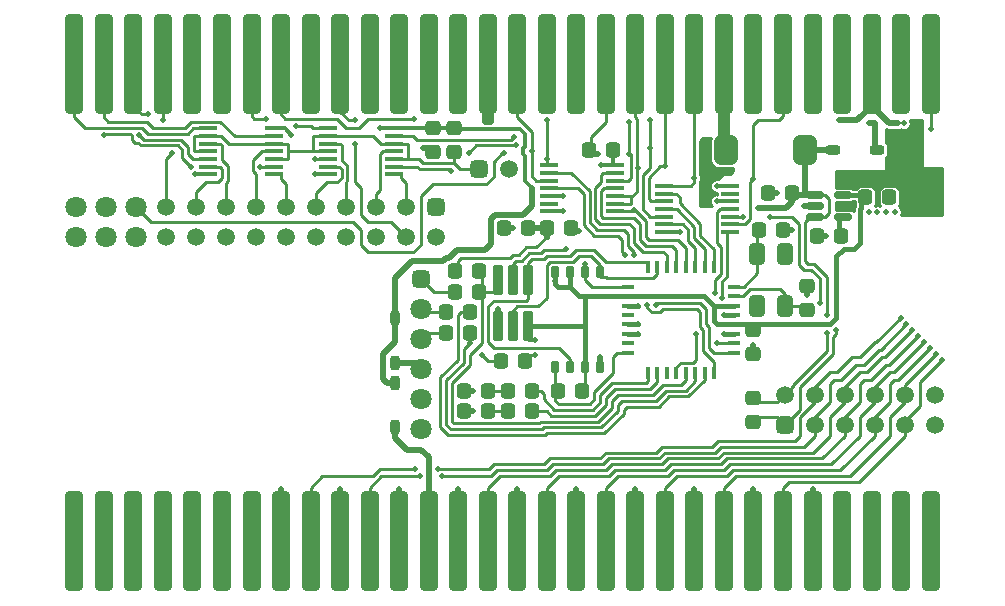
<source format=gtl>
G04*
G04  File:            DXEMU_GERBER.GTL, Fri Jul 12 00:14:53 2019*
G04  Source:          P-CAD 2006 PCB, Version 19.02.958, (D:\retrocomputing\dxemu\PCB\temp\dxemu_gerber.pcb)*
G04  Format:          Gerber Format (RS-274-D), ASCII*
G04*
G04  Format Options:  Absolute Positioning*
G04                   Leading-Zero Suppression*
G04                   Scale Factor 1:1*
G04                   NO Circular Interpolation*
G04                   Inch Units*
G04                   Numeric Format: 4.4 (XXXX.XXXX)*
G04                   G54 NOT Used for Aperture Change*
G04                   Apertures Embedded*
G04*
G04  File Options:    Offset = (0.0mil,0.0mil)*
G04                   Drill Symbol Size = 80.0mil*
G04                   Pad/Via Holes*
G04*
G04  File Contents:   Pads*
G04                   Vias*
G04                   No Designators*
G04                   No Types*
G04                   No Values*
G04                   No Drill Symbols*
G04                   Top*
G04*
%INDXEMU_GERBER.GTL*%
%ICAS*%
%MOIN*%
G04*
G04  Aperture MACROs for general use --- invoked via D-code assignment *
G04*
G04  General MACRO for flashed round with rotation and/or offset hole *
%AMROTOFFROUND*
1,1,$1,0.0000,0.0000*
1,0,$2,$3,$4*%
G04*
G04  General MACRO for flashed oval (obround) with rotation and/or offset hole *
%AMROTOFFOVAL*
21,1,$1,$2,0.0000,0.0000,$3*
1,1,$4,$5,$6*
1,1,$4,0-$5,0-$6*
1,0,$7,$8,$9*%
G04*
G04  General MACRO for flashed oval (obround) with rotation and no hole *
%AMROTOVALNOHOLE*
21,1,$1,$2,0.0000,0.0000,$3*
1,1,$4,$5,$6*
1,1,$4,0-$5,0-$6*%
G04*
G04  General MACRO for flashed rectangle with rotation and/or offset hole *
%AMROTOFFRECT*
21,1,$1,$2,0.0000,0.0000,$3*
1,0,$4,$5,$6*%
G04*
G04  General MACRO for flashed rectangle with rotation and no hole *
%AMROTRECTNOHOLE*
21,1,$1,$2,0.0000,0.0000,$3*%
G04*
G04  General MACRO for flashed rounded-rectangle *
%AMROUNDRECT*
21,1,$1,$2-$4,0.0000,0.0000,$3*
21,1,$1-$4,$2,0.0000,0.0000,$3*
1,1,$4,$5,$6*
1,1,$4,$7,$8*
1,1,$4,0-$5,0-$6*
1,1,$4,0-$7,0-$8*
1,0,$9,$10,$11*%
G04*
G04  General MACRO for flashed rounded-rectangle with rotation and no hole *
%AMROUNDRECTNOHOLE*
21,1,$1,$2-$4,0.0000,0.0000,$3*
21,1,$1-$4,$2,0.0000,0.0000,$3*
1,1,$4,$5,$6*
1,1,$4,$7,$8*
1,1,$4,0-$5,0-$6*
1,1,$4,0-$7,0-$8*%
G04*
G04  General MACRO for flashed regular polygon *
%AMREGPOLY*
5,1,$1,0.0000,0.0000,$2,$3+$4*
1,0,$5,$6,$7*%
G04*
G04  General MACRO for flashed regular polygon with no hole *
%AMREGPOLYNOHOLE*
5,1,$1,0.0000,0.0000,$2,$3+$4*%
G04*
G04  General MACRO for target *
%AMTARGET*
6,0,0,$1,$2,$3,4,$4,$5,$6*%
G04*
G04  General MACRO for mounting hole *
%AMMTHOLE*
1,1,$1,0,0*
1,0,$2,0,0*
$1=$1-$2*
$1=$1/2*
21,1,$2+$1,$3,0,0,$4*
21,1,$3,$2+$1,0,0,$4*%
G04*
G04*
G04  D10 : "Ellipse X0.254mm Y0.254mm H0.000mm 0.0deg (0.000mm,0.000mm) Draw"*
G04  Disc: OuterDia=0.0100*
%ADD10C, 0.0100*%
G04  D11 : "Ellipse X0.300mm Y0.300mm H0.000mm 0.0deg (0.000mm,0.000mm) Draw"*
G04  Disc: OuterDia=0.0118*
%ADD11C, 0.0118*%
G04  D12 : "Ellipse X0.350mm Y0.350mm H0.000mm 0.0deg (0.000mm,0.000mm) Draw"*
G04  Disc: OuterDia=0.0138*
%ADD12C, 0.0138*%
G04  D13 : "Ellipse X0.400mm Y0.400mm H0.000mm 0.0deg (0.000mm,0.000mm) Draw"*
G04  Disc: OuterDia=0.0157*
%ADD13C, 0.0157*%
G04  D14 : "Ellipse X0.500mm Y0.500mm H0.000mm 0.0deg (0.000mm,0.000mm) Draw"*
G04  Disc: OuterDia=0.0197*
%ADD14C, 0.0197*%
G04  D15 : "Ellipse X0.100mm Y0.100mm H0.000mm 0.0deg (0.000mm,0.000mm) Draw"*
G04  Disc: OuterDia=0.0039*
%ADD15C, 0.0039*%
G04  D16 : "Ellipse X1.000mm Y1.000mm H0.000mm 0.0deg (0.000mm,0.000mm) Draw"*
G04  Disc: OuterDia=0.0394*
%ADD16C, 0.0394*%
G04  D17 : "Ellipse X0.130mm Y0.130mm H0.000mm 0.0deg (0.000mm,0.000mm) Draw"*
G04  Disc: OuterDia=0.0051*
%ADD17C, 0.0051*%
G04  D18 : "Ellipse X0.150mm Y0.150mm H0.000mm 0.0deg (0.000mm,0.000mm) Draw"*
G04  Disc: OuterDia=0.0059*
%ADD18C, 0.0059*%
G04  D19 : "Ellipse X0.200mm Y0.200mm H0.000mm 0.0deg (0.000mm,0.000mm) Draw"*
G04  Disc: OuterDia=0.0079*
%ADD19C, 0.0079*%
G04  D20 : "Ellipse X0.250mm Y0.250mm H0.000mm 0.0deg (0.000mm,0.000mm) Draw"*
G04  Disc: OuterDia=0.0098*
%ADD20C, 0.0098*%
G04  D21 : "Ellipse X1.500mm Y1.500mm H0.000mm 0.0deg (0.000mm,0.000mm) Flash"*
G04  Disc: OuterDia=0.0591*
%ADD21C, 0.0591*%
G04  D22 : "Ellipse X1.800mm Y1.800mm H0.000mm 0.0deg (0.000mm,0.000mm) Flash"*
G04  Disc: OuterDia=0.0709*
%ADD22C, 0.0709*%
G04  D23 : "Ellipse X1.881mm Y1.881mm H0.000mm 0.0deg (0.000mm,0.000mm) Flash"*
G04  Disc: OuterDia=0.0741*
%ADD23C, 0.0741*%
G04  D24 : "Ellipse X2.181mm Y2.181mm H0.000mm 0.0deg (0.000mm,0.000mm) Flash"*
G04  Disc: OuterDia=0.0859*
%ADD24C, 0.0859*%
G04  D25 : "Rounded Rectangle X0.850mm Y2.600mm H0.000mm 0.0deg (0.000mm,0.000mm) Flash"*
G04  RoundRct: DimX=0.0335, DimY=0.1024, CornerRad=0.0084, Rotation=0.0, OffsetX=0.0000, OffsetY=0.0000, HoleDia=0.0000 *
%ADD25ROUNDRECTNOHOLE, 0.0335 X0.1024 X0.0 X0.0167 X-0.0084 X-0.0428 X-0.0084 X0.0428*%
G04  D26 : "Rounded Rectangle X1.231mm Y2.981mm H0.000mm 0.0deg (0.000mm,0.000mm) Flash"*
G04  RoundRct: DimX=0.0485, DimY=0.1174, CornerRad=0.0121, Rotation=0.0, OffsetX=0.0000, OffsetY=0.0000, HoleDia=0.0000 *
%ADD26ROUNDRECTNOHOLE, 0.0485 X0.1174 X0.0 X0.0242 X-0.0121 X-0.0466 X-0.0121 X0.0466*%
G04  D27 : "Rounded Rectangle X1.500mm Y8.500mm H0.000mm 0.0deg (0.000mm,0.000mm) Flash"*
G04  RoundRct: DimX=0.0591, DimY=0.3346, CornerRad=0.0148, Rotation=0.0, OffsetX=0.0000, OffsetY=0.0000, HoleDia=0.0000 *
%ADD27ROUNDRECTNOHOLE, 0.0591 X0.3346 X0.0 X0.0295 X-0.0148 X-0.1526 X-0.0148 X0.1526*%
G04  D28 : "Rounded Rectangle X1.881mm Y8.881mm H0.000mm 0.0deg (0.000mm,0.000mm) Flash"*
G04  RoundRct: DimX=0.0741, DimY=0.3496, CornerRad=0.0185, Rotation=0.0, OffsetX=0.0000, OffsetY=0.0000, HoleDia=0.0000 *
%ADD28ROUNDRECTNOHOLE, 0.0741 X0.3496 X0.0 X0.0370 X-0.0185 X-0.1563 X-0.0185 X0.1563*%
G04  D29 : "Rounded Rectangle X1.000mm Y0.400mm H0.000mm 0.0deg (0.000mm,0.000mm) Flash"*
G04  RoundRct: DimX=0.0394, DimY=0.0157, CornerRad=0.0039, Rotation=0.0, OffsetX=0.0000, OffsetY=0.0000, HoleDia=0.0000 *
%ADD29ROUNDRECTNOHOLE, 0.0394 X0.0157 X0.0 X0.0079 X-0.0157 X-0.0039 X-0.0157 X0.0039*%
G04  D30 : "Rounded Rectangle X0.400mm Y1.000mm H0.000mm 0.0deg (0.000mm,0.000mm) Flash"*
G04  RoundRct: DimX=0.0157, DimY=0.0394, CornerRad=0.0039, Rotation=0.0, OffsetX=0.0000, OffsetY=0.0000, HoleDia=0.0000 *
%ADD30ROUNDRECTNOHOLE, 0.0157 X0.0394 X0.0 X0.0079 X-0.0039 X-0.0157 X-0.0039 X0.0157*%
G04  D31 : "Rounded Rectangle X0.600mm Y1.100mm H0.000mm 0.0deg (0.000mm,0.000mm) Flash"*
G04  RoundRct: DimX=0.0236, DimY=0.0433, CornerRad=0.0059, Rotation=0.0, OffsetX=0.0000, OffsetY=0.0000, HoleDia=0.0000 *
%ADD31ROUNDRECTNOHOLE, 0.0236 X0.0433 X0.0 X0.0118 X-0.0059 X-0.0157 X-0.0059 X0.0157*%
G04  D32 : "Rounded Rectangle X1.200mm Y0.800mm H0.000mm 0.0deg (0.000mm,0.000mm) Flash"*
G04  RoundRct: DimX=0.0472, DimY=0.0315, CornerRad=0.0079, Rotation=0.0, OffsetX=0.0000, OffsetY=0.0000, HoleDia=0.0000 *
%ADD32ROUNDRECTNOHOLE, 0.0472 X0.0315 X0.0 X0.0157 X-0.0157 X-0.0079 X-0.0157 X0.0079*%
G04  D33 : "Rounded Rectangle X0.800mm Y1.200mm H0.000mm 0.0deg (0.000mm,0.000mm) Flash"*
G04  RoundRct: DimX=0.0315, DimY=0.0472, CornerRad=0.0079, Rotation=0.0, OffsetX=0.0000, OffsetY=0.0000, HoleDia=0.0000 *
%ADD33ROUNDRECTNOHOLE, 0.0315 X0.0472 X0.0 X0.0157 X-0.0079 X-0.0157 X-0.0079 X0.0157*%
G04  D34 : "Rounded Rectangle X1.200mm Y1.300mm H0.000mm 0.0deg (0.000mm,0.000mm) Flash"*
G04  RoundRct: DimX=0.0472, DimY=0.0512, CornerRad=0.0118, Rotation=0.0, OffsetX=0.0000, OffsetY=0.0000, HoleDia=0.0000 *
%ADD34ROUNDRECTNOHOLE, 0.0472 X0.0512 X0.0 X0.0236 X-0.0118 X-0.0138 X-0.0118 X0.0138*%
G04  D35 : "Rounded Rectangle X1.300mm Y1.200mm H0.000mm 0.0deg (0.000mm,0.000mm) Flash"*
G04  RoundRct: DimX=0.0512, DimY=0.0472, CornerRad=0.0118, Rotation=0.0, OffsetX=0.0000, OffsetY=0.0000, HoleDia=0.0000 *
%ADD35ROUNDRECTNOHOLE, 0.0512 X0.0472 X0.0 X0.0236 X-0.0138 X-0.0118 X-0.0138 X0.0118*%
G04  D36 : "Rounded Rectangle X1.381mm Y0.781mm H0.000mm 0.0deg (0.000mm,0.000mm) Flash"*
G04  RoundRct: DimX=0.0544, DimY=0.0307, CornerRad=0.0077, Rotation=0.0, OffsetX=0.0000, OffsetY=0.0000, HoleDia=0.0000 *
%ADD36ROUNDRECTNOHOLE, 0.0544 X0.0307 X0.0 X0.0154 X-0.0195 X-0.0077 X-0.0195 X0.0077*%
G04  D37 : "Rounded Rectangle X0.781mm Y1.381mm H0.000mm 0.0deg (0.000mm,0.000mm) Flash"*
G04  RoundRct: DimX=0.0307, DimY=0.0544, CornerRad=0.0077, Rotation=0.0, OffsetX=0.0000, OffsetY=0.0000, HoleDia=0.0000 *
%ADD37ROUNDRECTNOHOLE, 0.0307 X0.0544 X0.0 X0.0154 X-0.0077 X-0.0195 X-0.0077 X0.0195*%
G04  D38 : "Rounded Rectangle X0.981mm Y1.481mm H0.000mm 0.0deg (0.000mm,0.000mm) Flash"*
G04  RoundRct: DimX=0.0386, DimY=0.0583, CornerRad=0.0097, Rotation=0.0, OffsetX=0.0000, OffsetY=0.0000, HoleDia=0.0000 *
%ADD38ROUNDRECTNOHOLE, 0.0386 X0.0583 X0.0 X0.0193 X-0.0097 X-0.0195 X-0.0097 X0.0195*%
G04  D39 : "Rounded Rectangle X1.500mm Y0.600mm H0.000mm 0.0deg (0.000mm,0.000mm) Flash"*
G04  RoundRct: DimX=0.0591, DimY=0.0236, CornerRad=0.0059, Rotation=0.0, OffsetX=0.0000, OffsetY=0.0000, HoleDia=0.0000 *
%ADD39ROUNDRECTNOHOLE, 0.0591 X0.0236 X0.0 X0.0118 X-0.0236 X-0.0059 X-0.0236 X0.0059*%
G04  D40 : "Rounded Rectangle X1.500mm Y1.500mm H0.000mm 0.0deg (0.000mm,0.000mm) Flash"*
G04  RoundRct: DimX=0.0591, DimY=0.0591, CornerRad=0.0148, Rotation=0.0, OffsetX=0.0000, OffsetY=0.0000, HoleDia=0.0000 *
%ADD40ROUNDRECTNOHOLE, 0.0591 X0.0591 X0.0 X0.0295 X-0.0148 X-0.0148 X-0.0148 X0.0148*%
G04  D41 : "Rounded Rectangle X1.581mm Y1.181mm H0.000mm 0.0deg (0.000mm,0.000mm) Flash"*
G04  RoundRct: DimX=0.0622, DimY=0.0465, CornerRad=0.0116, Rotation=0.0, OffsetX=0.0000, OffsetY=0.0000, HoleDia=0.0000 *
%ADD41ROUNDRECTNOHOLE, 0.0622 X0.0465 X0.0 X0.0232 X-0.0195 X-0.0116 X-0.0195 X0.0116*%
G04  D42 : "Rounded Rectangle X1.181mm Y1.581mm H0.000mm 0.0deg (0.000mm,0.000mm) Flash"*
G04  RoundRct: DimX=0.0465, DimY=0.0622, CornerRad=0.0116, Rotation=0.0, OffsetX=0.0000, OffsetY=0.0000, HoleDia=0.0000 *
%ADD42ROUNDRECTNOHOLE, 0.0465 X0.0622 X0.0 X0.0232 X-0.0116 X-0.0195 X-0.0116 X0.0195*%
G04  D43 : "Rounded Rectangle X1.581mm Y1.681mm H0.000mm 0.0deg (0.000mm,0.000mm) Flash"*
G04  RoundRct: DimX=0.0622, DimY=0.0662, CornerRad=0.0156, Rotation=0.0, OffsetX=0.0000, OffsetY=0.0000, HoleDia=0.0000 *
%ADD43ROUNDRECTNOHOLE, 0.0622 X0.0662 X0.0 X0.0311 X-0.0156 X-0.0175 X-0.0156 X0.0175*%
G04  D44 : "Rounded Rectangle X1.681mm Y1.581mm H0.000mm 0.0deg (0.000mm,0.000mm) Flash"*
G04  RoundRct: DimX=0.0662, DimY=0.0622, CornerRad=0.0156, Rotation=0.0, OffsetX=0.0000, OffsetY=0.0000, HoleDia=0.0000 *
%ADD44ROUNDRECTNOHOLE, 0.0662 X0.0622 X0.0 X0.0311 X-0.0175 X-0.0156 X-0.0175 X0.0156*%
G04  D45 : "Rounded Rectangle X1.400mm Y1.800mm H0.000mm 0.0deg (0.000mm,0.000mm) Flash"*
G04  RoundRct: DimX=0.0551, DimY=0.0709, CornerRad=0.0138, Rotation=0.0, OffsetX=0.0000, OffsetY=0.0000, HoleDia=0.0000 *
%ADD45ROUNDRECTNOHOLE, 0.0551 X0.0709 X0.0 X0.0276 X-0.0138 X-0.0217 X-0.0138 X0.0217*%
G04  D46 : "Rounded Rectangle X1.800mm Y1.800mm H0.000mm 0.0deg (0.000mm,0.000mm) Flash"*
G04  RoundRct: DimX=0.0709, DimY=0.0709, CornerRad=0.0177, Rotation=0.0, OffsetX=0.0000, OffsetY=0.0000, HoleDia=0.0000 *
%ADD46ROUNDRECTNOHOLE, 0.0709 X0.0709 X0.0 X0.0354 X-0.0177 X-0.0177 X-0.0177 X0.0177*%
G04  D47 : "Rounded Rectangle X1.881mm Y0.981mm H0.000mm 0.0deg (0.000mm,0.000mm) Flash"*
G04  RoundRct: DimX=0.0741, DimY=0.0386, CornerRad=0.0097, Rotation=0.0, OffsetX=0.0000, OffsetY=0.0000, HoleDia=0.0000 *
%ADD47ROUNDRECTNOHOLE, 0.0741 X0.0386 X0.0 X0.0193 X-0.0274 X-0.0097 X-0.0274 X0.0097*%
G04  D48 : "Rounded Rectangle X1.881mm Y1.881mm H0.000mm 0.0deg (0.000mm,0.000mm) Flash"*
G04  RoundRct: DimX=0.0741, DimY=0.0741, CornerRad=0.0185, Rotation=0.0, OffsetX=0.0000, OffsetY=0.0000, HoleDia=0.0000 *
%ADD48ROUNDRECTNOHOLE, 0.0741 X0.0741 X0.0 X0.0370 X-0.0185 X-0.0185 X-0.0185 X0.0185*%
G04  D49 : "Rounded Rectangle X2.000mm Y2.500mm H0.000mm 0.0deg (0.000mm,0.000mm) Flash"*
G04  RoundRct: DimX=0.0787, DimY=0.0984, CornerRad=0.0197, Rotation=0.0, OffsetX=0.0000, OffsetY=0.0000, HoleDia=0.0000 *
%ADD49ROUNDRECTNOHOLE, 0.0787 X0.0984 X0.0 X0.0394 X-0.0197 X-0.0295 X-0.0197 X0.0295*%
G04  D50 : "Rounded Rectangle X1.781mm Y2.181mm H0.000mm 0.0deg (0.000mm,0.000mm) Flash"*
G04  RoundRct: DimX=0.0701, DimY=0.0859, CornerRad=0.0175, Rotation=0.0, OffsetX=0.0000, OffsetY=0.0000, HoleDia=0.0000 *
%ADD50ROUNDRECTNOHOLE, 0.0701 X0.0859 X0.0 X0.0351 X-0.0175 X-0.0254 X-0.0175 X0.0254*%
G04  D51 : "Rounded Rectangle X2.181mm Y2.181mm H0.000mm 0.0deg (0.000mm,0.000mm) Flash"*
G04  RoundRct: DimX=0.0859, DimY=0.0859, CornerRad=0.0215, Rotation=0.0, OffsetX=0.0000, OffsetY=0.0000, HoleDia=0.0000 *
%ADD51ROUNDRECTNOHOLE, 0.0859 X0.0859 X0.0 X0.0429 X-0.0215 X-0.0215 X-0.0215 X0.0215*%
G04  D52 : "Rounded Rectangle X2.381mm Y2.881mm H0.000mm 0.0deg (0.000mm,0.000mm) Flash"*
G04  RoundRct: DimX=0.0937, DimY=0.1134, CornerRad=0.0234, Rotation=0.0, OffsetX=0.0000, OffsetY=0.0000, HoleDia=0.0000 *
%ADD52ROUNDRECTNOHOLE, 0.0937 X0.1134 X0.0 X0.0469 X-0.0234 X-0.0333 X-0.0234 X0.0333*%
G04  D53 : "Rectangle X1.600mm Y0.350mm H0.000mm 0.0deg (0.000mm,0.000mm) Flash"*
G04  Rectangular: DimX=0.0630, DimY=0.0138, Rotation=0.0, OffsetX=0.0000, OffsetY=0.0000, HoleDia=0.0000 *
%ADD53R, 0.0630 X0.0138*%
G04  D54 : "Rectangle X1.740mm Y0.490mm H0.000mm 0.0deg (0.000mm,0.000mm) Flash"*
G04  Rectangular: DimX=0.0685, DimY=0.0193, Rotation=0.0, OffsetX=0.0000, OffsetY=0.0000, HoleDia=0.0000 *
%ADD54R, 0.0685 X0.0193*%
G04  D55 : "Ellipse X0.500mm Y0.500mm H0.000mm 0.0deg (0.000mm,0.000mm) Flash"*
G04  Disc: OuterDia=0.0197*
%ADD55C, 0.0197*%
G04*
%FSLAX44Y44*%
%SFA1B1*%
%OFA0.0000B0.0000*%
G04*
G70*
G90*
G01*
D2*
%LNTop*%
D20*
X23326Y83070*
X23474Y82923D1*
X23326Y82480D2*
Y82529D1*
X22687Y82726D2*
X22342Y83070D1*
X24395Y80076D2*
X24895Y79576D1*
X26395Y80076D2*
Y80578D1*
X26722Y80905*
X24507Y82529D2*
Y82480D1*
X24212Y82529D2*
X24261Y82480D1*
Y82332*
X24360Y82234*
X24311Y83464D2*
X24606Y83169D1*
X24803*
X24950Y82726D2*
X24753Y82923D1*
X24803Y82529D2*
X24606Y82726D1*
X24655Y82332D2*
X24507Y82480D1*
X24360Y82234D2*
X24458D1*
X24557Y82135*
X25295Y83169D2*
Y82972D1*
D2*
D12*
X26793Y81171*
X26377D1*
D2*
D20*
X26793Y81938*
X26328D1*
Y82450*
X26793Y81683D2*
X26289D1*
X26131Y81840*
X26328Y82450D2*
X26793D1*
X26230Y81427D2*
X25935Y81722D1*
X25787Y82135D2*
X25935Y81988D1*
Y81722D2*
Y81988D1*
X25885Y82332D2*
X26131Y82086D1*
Y81840D2*
Y82086D1*
X26309Y82706D2*
X26131Y82529D1*
X26309Y82706D2*
X26793D1*
X26230Y82923D2*
X26033Y82726D1*
X24557Y82135D2*
X25787D1*
X25395Y81694D2*
X25590Y81889D1*
X25885Y82332D2*
X24655D1*
X26131Y82529D2*
X24803D1*
X24950Y82726D2*
X26033D1*
X27395Y80076D2*
Y80889D1*
X29395Y80076D2*
Y80840D1*
X27185Y81427D2*
X27263Y81348D1*
X27204Y82194D2*
X27263Y82135D1*
Y81643*
X27460Y81446*
X27244Y82450D2*
X27500Y82194D1*
X28248Y83120D2*
X28346Y83021D1*
X28297Y81643D2*
Y81299D1*
X28395Y81200*
X27687Y82450D2*
X27214Y82923D1*
X28998Y81171D2*
X29232D1*
X28998Y81938D2*
X28592D1*
X28998Y81683D2*
X29478D1*
X28998Y82194D2*
X29478D1*
X29232Y83169D2*
X29379Y83021D1*
X28998Y81427D2*
X28543D1*
X29478Y81683D2*
Y81938D1*
Y82194*
D2*
D12*
X28998Y82706*
X29350D1*
X29576Y82480*
D2*
D20*
X27263Y81348*
Y81053D1*
X27500Y82194D2*
X28998D1*
X28346Y83021D2*
X28740D1*
X28998Y82450D2*
X27687D1*
X28297Y81643D2*
X28592Y81938D1*
X30216Y70718D2*
X30610Y71112D1*
X32185Y70718D2*
X32578Y71112D1*
X32283D2*
X32529Y71358D1*
X30610Y71112D2*
X32283D1*
D2*
D14*
X32775Y74212*
X32627Y74360D1*
D2*
D20*
X30395Y80076*
Y80543D1*
X30757Y80905*
X31102*
X31395Y80076D2*
Y80903D1*
X32395Y80076D2*
Y80525D1*
X32529Y80659*
X31692Y80905D2*
X31889Y80708D1*
Y79832*
X32145Y79576*
X32895*
X31645D2*
X31895Y79326D1*
Y78826*
X32145Y78576*
D2*
D12*
X30793Y81171*
X30364D1*
D2*
D20*
X30793Y81427*
X31171D1*
X31250Y81348*
X30793Y82194D2*
X31190D1*
X31250Y82135*
Y81643*
X30314Y81938D2*
Y82450D1*
Y81938D2*
X30793D1*
X30314Y82450D2*
X30793D1*
Y81683D2*
X30364D1*
X30285Y82706D2*
X30216Y82775D1*
X30285Y82706D2*
X30793D1*
X31102Y83021D2*
X31397Y82726D1*
X32627Y81938D2*
X32529Y81840D1*
X32312Y82450D2*
X32568Y82194D1*
X31840Y82726D2*
X32135Y83021D1*
X31250Y81348D2*
Y81053D1*
Y81643D2*
X31446Y81446D1*
X30793Y82450D2*
X32312D1*
X31692Y82972D2*
X31496D1*
X31200Y83267*
X31397Y82726D2*
X31840D1*
D2*
D14*
X35328Y73966*
X35629D1*
X35328Y73277D2*
X35629D1*
D2*
D20*
X34990Y72883*
X34940Y72933D1*
X34891Y72687D2*
X34744Y72834D1*
X34793Y72490D2*
X34547Y72736D1*
Y74409*
X34940Y72933D2*
Y74212D1*
X34744Y72834D2*
Y74311D1*
X34940Y74212D2*
X35531Y74803D1*
X34744Y74311D2*
X35334Y74901D1*
X33907Y75696D2*
X34096Y75885D1*
X33907Y76696D2*
X34029Y76574D1*
X33907Y77696D2*
X34340Y77263D1*
X35826D2*
X35833D1*
X35925*
X35629Y75885D2*
X35537D1*
X35137Y76476D2*
X35236Y76574D1*
X35537D2*
X35236D1*
X35537Y75885D2*
X35531Y75892D1*
Y75935*
Y75541D2*
Y75892D1*
Y75541D2*
X35334Y75344D1*
X35925Y75541D2*
Y77263D1*
Y75541D2*
X35531Y75147D1*
X34096Y75885D2*
X34737D1*
X34029Y76574D2*
X34737D1*
X34340Y77263D2*
X35033D1*
X33395Y80076D2*
Y80875D1*
X33645Y78576D2*
X33895Y78826D1*
Y80451*
X34292Y80848*
X35137Y78297D2*
X35236Y78395D1*
D2*
D14*
X35088Y78641*
X34842Y78395D1*
X34744*
X34645Y78297*
X33612*
D2*
D20*
X33464Y81683*
Y82194D1*
X33641Y82450D2*
X33759Y82332D1*
D2*
D14*
X33956Y82037*
X34251D1*
X34301Y81988*
Y81932*
D2*
D20*
X33818Y81683*
X33956Y81545D1*
X33464Y81683D2*
X33818D1*
X34301Y82732D2*
Y82706D1*
Y82677*
X33779Y81427D2*
X33858Y81348D1*
X34990Y81932D2*
Y81545D1*
Y82732D2*
Y82706D1*
Y82677*
X35818Y81348D2*
X35187D1*
X34990Y81545*
X35728Y82135D2*
X35482Y81889D1*
X34891Y81348D2*
Y81299D1*
X33218Y81171D2*
Y81053D1*
X33956Y81545D2*
X34990D1*
D2*
D12*
X34301Y82706*
X34990D1*
D2*
D20*
X33858Y81348*
X34891D1*
X36122Y70718D2*
X36515Y71112D1*
X36220D2*
X36417Y71309D1*
X36318Y71505D2*
X36171Y71358D1*
X38188Y71112D2*
X38385Y71309D1*
X38090D2*
X38287Y71505D1*
X37992D2*
X38188Y71702D1*
X38090Y70718D2*
X38484Y71112D1*
X36515D2*
X38188D1*
X36417Y71309D2*
X38090D1*
X36318Y71505D2*
X37992D1*
X36128Y73277D2*
X36804D1*
X36128Y73966D2*
X36804D1*
X38374Y74753D2*
Y73966D1*
Y73633*
Y73966D2*
X38474D1*
X38374Y73633D2*
X38484Y73523D1*
X38336Y73326D2*
X37992Y73671D1*
Y73868*
X37893Y73966*
X37604D2*
X37893D1*
X38238Y73129D2*
X38090Y73277D1*
X37604D2*
X38090D1*
X37893Y72933D2*
X37844Y72883D1*
X37992Y72736D2*
X37942Y72687D1*
X38090Y72539D2*
X38041Y72490D1*
D2*
D14*
X36458Y76102*
Y76673D1*
D2*
D20*
X36958Y76102*
Y76624D1*
X37106Y76771*
X37401Y76968D2*
X36318D1*
X36122Y76771*
Y75590*
X36318Y75393*
X36417Y77263D2*
X36458Y77305D1*
Y77637*
D2*
D13*
X38874Y77903*
Y77415D1*
X38480*
D2*
D20*
X37795Y76771*
X38090Y77066D1*
D2*
D13*
X38374Y77521*
Y77608D1*
Y77903*
Y77521D2*
X38480Y77415D1*
X38484Y77411*
D2*
D20*
X37106Y76771*
X37795D1*
X37458Y77025D2*
X37401Y76968D1*
X36318Y75393D2*
X38484D1*
X37458Y77025D2*
Y77637D1*
X37696Y75639D2*
X37450D1*
Y76131*
X37458Y76124*
Y76102*
X37358Y75147D2*
X37696D1*
X36958Y78198D2*
X37057Y78297D1*
X37253*
D2*
D14*
X36657Y79379*
X36958D1*
D2*
D20*
X36860Y78395*
X36958Y78494D1*
X37155*
X37401Y78740*
D2*
D14*
X37303Y79822*
X36368D1*
X36220Y79675*
Y78838*
D2*
D11*
X38169Y79940*
X38631D1*
X38169Y80452D2*
X38631D1*
D2*
D20*
X38090Y78149*
X38188Y78248D1*
X38090Y78444D2*
X37992Y78346D1*
X37598*
X38090Y78444D2*
X38877D1*
X37893Y78543D2*
X37992Y78641D1*
X38681*
X38730Y78690*
D2*
D13*
X38090Y79084*
Y79379D1*
D2*
D14*
X38084*
X38090D1*
D2*
D20*
X37746Y78740*
X38090Y79084D1*
D2*
D14*
X37598Y80118*
Y80708D1*
D2*
D20*
X37458Y78206*
X37598Y78346D1*
X37253Y78297D2*
X37500Y78543D1*
X37893*
D2*
D14*
X37457Y79379*
X38084D1*
D2*
D20*
X37401Y78740*
X37746D1*
D2*
D14*
X37598Y80118*
X37303Y79822D1*
D2*
D12*
X37352Y82086*
X37303Y82037D1*
Y81840*
X37352Y81791*
D2*
D14*
X36122Y82923*
X36220D1*
D2*
D20*
X37007Y82431*
X36909Y82332D1*
X36663Y81889D2*
X36610D1*
X36318Y81598*
Y81098*
D2*
D12*
X37352Y82529*
Y82086D1*
Y82529D2*
X37204Y82677D1*
D2*
D20*
X38169Y81476*
X38090D1*
X38169Y81220D2*
X38907D1*
X38090Y81476D2*
Y81692D1*
Y82972D2*
Y81692D1*
X37598Y81938D2*
Y82578D1*
Y81102D2*
Y81938D1*
X37106Y83070D2*
X37598Y82578D1*
D2*
D14*
X36220Y84842*
X36122D1*
D2*
D20*
X39960Y71505*
X40157Y71702D1*
X39862D2*
X40059Y71899D1*
X40157Y71112D2*
X40354Y71309D1*
X40059D2*
X40255Y71505D1*
X40059Y70718D2*
X40452Y71112D1*
X40255Y71505D2*
X41929D1*
X40157Y71702D2*
X41830D1*
X40059Y71899D2*
X41732D1*
X39374Y74753D2*
Y73966D1*
X39320*
X39274*
X39665Y73671D2*
X39517Y73523D1*
X39862Y73572D2*
X39616Y73326D1*
X40059Y73474D2*
X39714Y73129D1*
X40255Y73622D2*
Y73375D1*
X39812Y72933*
X40059Y73720D2*
Y73474D1*
Y73720D2*
X40354Y74015D1*
X39862Y73818D2*
Y73572D1*
Y73818D2*
X40255Y74212D1*
X39665Y73671D2*
Y73917D1*
X40305Y74557*
X41466D2*
Y74291D1*
X41387Y74212*
X41781Y74557D2*
Y74261D1*
X41535Y74015*
X41732Y73622D2*
X40600D1*
X41830Y73425D2*
X40748D1*
X40649Y73326*
Y73179*
X41387Y74212D2*
X40255D1*
X41535Y74015D2*
X40354D1*
X41633Y73818D2*
X40452D1*
X40255Y73622*
X40600D2*
X40452Y73474D1*
Y73277*
X39911Y72736*
X40649Y73179D2*
X40009Y72539D1*
X39374Y77653D2*
X39596Y77431D1*
X40108Y77706D2*
X40059Y77755D1*
X39911D2*
X39874Y77793D1*
Y77755D2*
Y77793D1*
Y77755D2*
X39911D1*
X40059*
D2*
D13*
X39374Y77116*
X39173D1*
D2*
D20*
X39874Y77793*
Y77903D1*
X39374Y77653D2*
Y77903D1*
D2*
D13*
Y76102*
Y77116D1*
D2*
D20*
X41781Y77854*
X41633Y77706D1*
D2*
D13*
X40797Y76171*
X41141D1*
D2*
D20*
X41732Y76820*
Y76870D1*
X41879Y76574D2*
X41584D1*
X41437Y76722D2*
X41584Y76574D1*
X41437Y76722D2*
Y76820D1*
D2*
D13*
X40797Y75856*
X41141D1*
X40797Y76801D2*
X41141D1*
D2*
D20*
X40797Y77431*
X39596D1*
X40797Y75226D2*
X40433D1*
X40305Y75098*
X41633Y77706D2*
X40108D1*
D2*
D13*
X39374Y77116*
X40797D1*
D2*
D20*
X40374Y80708*
X40009D1*
X39911Y80610*
Y79773*
Y80905D2*
X39714Y80708D1*
Y79675*
X39862Y79527*
X39124Y80708D2*
X39320Y80511D1*
Y79478*
X39517Y79576D2*
Y80610D1*
X39911Y79773D2*
X39960Y79724D1*
X39517Y79576D2*
X39763Y79330D1*
X39320Y79478D2*
X39665Y79133D1*
X39566Y78444D2*
X39173D1*
X39566D2*
X39874Y78137D1*
X39665Y78641D2*
X39074D1*
X39665D2*
X40059Y78248D1*
X40895Y80196D2*
Y80452D1*
X41574Y80275D2*
X41486Y80364D1*
X40895Y80452D2*
X40944D1*
X41092Y80600*
X41289Y80019D2*
X41545Y79763D1*
X40994Y79724D2*
X41190Y79527D1*
Y78986*
X41387Y78789*
X41289Y78592D2*
X40994Y78887D1*
Y79379*
X40846Y79527*
X41387Y79625D2*
Y79084D1*
X41072Y79940D2*
X41387Y79625D1*
Y79084D2*
X41486Y78986D1*
X40994Y78494D2*
Y78592D1*
X40797Y78789*
Y79183*
X40649Y79330*
X40600Y78986D2*
Y78592D1*
X40698Y78494*
X41466Y78100D2*
Y78248D1*
X40994Y79940D2*
X41072D1*
X40994Y79970D2*
Y79940D1*
X40374Y80196D2*
X40895D1*
X40374Y80452D2*
X40895D1*
X39960Y79724D2*
X40994D1*
X40846Y79527D2*
X39862D1*
X39763Y79330D2*
X40649D1*
X39665Y79133D2*
X40452D1*
X40600Y78986*
X41466Y78248D2*
X40059D1*
X40374Y79940D2*
X40994D1*
X40374Y81220D2*
X39980D1*
X39911Y81151*
D2*
D12*
X40374Y81476*
X40311D1*
X39911*
X40311Y81988D2*
Y81476D1*
D2*
D14*
X39468Y81840*
X39511Y81883D1*
Y81988*
X39812Y81840D2*
X39468D1*
D2*
D20*
X40059Y82923*
X39566Y82431D1*
Y81988*
X39511*
X41535Y82972D2*
Y82037D1*
X41043Y83070D2*
X41092Y83021D1*
X40846Y82874D2*
Y82923D1*
Y81840D2*
Y82874D1*
X41092Y83021D2*
Y81397D1*
X41141*
X41535Y82037D2*
Y81397D1*
X41289Y81151*
X40895Y81840D2*
X40846D1*
X41486Y81053D2*
X41879Y81446D1*
X40895Y81840D2*
Y81053D1*
X41043Y84842D2*
X40944Y84744D1*
X41043Y84645*
X42125Y71112D2*
X42322Y71309D1*
X43996Y70718D2*
X44389Y71112D1*
X44094D2*
X44291Y71309D1*
X43996D2*
X44192Y71505D1*
X43897D2*
X44094Y71702D1*
X43799D2*
X43996Y71899D1*
X42421Y71112D2*
X44094D1*
X42322Y71309D2*
X43996D1*
X42224Y71505D2*
X43897D1*
X42125Y71702D2*
X43799D1*
X42411Y74557D2*
Y74744D1*
X42568Y74901*
X42962*
X42726Y74557D2*
Y74320D1*
X42568Y74163*
X43041Y74557D2*
Y74291D1*
X42716Y73966*
X42076*
X43356Y74557D2*
Y74311D1*
X42814Y73769*
X42175*
X43602Y72096D2*
X43799Y72293D1*
X43671Y74557D2*
Y74931D1*
X43405Y76181D2*
Y76673D1*
X43208Y76870*
X43307Y75295D2*
Y75984D1*
X43208Y76082*
Y76574*
X43110Y76673*
D2*
D13*
X44340Y76486*
X43996D1*
X44340Y75856D2*
X43996D1*
X44340Y76801D2*
X43651D1*
X43759Y76171D2*
X43651Y76279D1*
Y76801*
D2*
D20*
X43750Y75541*
X44340D1*
Y75226D2*
X43671D1*
X43946Y77066D2*
Y77608D1*
X44094Y77755*
X43897Y77854D2*
X43700Y77657D1*
Y77214*
X44340Y77116D2*
X44635D1*
X44881Y77362*
X44340Y77431D2*
X44655D1*
D2*
D13*
X43759Y76171*
X44340D1*
X43651Y76801D2*
X43336Y77116D1*
D2*
D20*
X43671Y75226*
X43503Y75393D1*
Y76082*
X43405Y76181*
X42893Y80787D2*
X43011Y80905D1*
X43041Y78100D2*
Y78710D1*
X43356Y78100D2*
Y78690D1*
X42519Y80216D2*
Y80413D1*
X42401Y80531D2*
X42519Y80413D1*
X42726Y78100D2*
Y78730D1*
X42470Y78986D2*
X42726Y78730D1*
X42411Y78100D2*
Y78651D1*
X42273Y78789*
X42096Y78100D2*
Y78474D1*
X43041Y78710D2*
X42814Y78937D1*
X42637Y79507D2*
X42814Y79330D1*
Y78937D2*
Y79330D1*
X43356Y78690D2*
X43011Y79035D1*
X42421Y80019D2*
X43011Y79429D1*
Y79035D2*
Y79429D1*
X42519Y80216D2*
X43208Y79527D1*
Y79133D2*
Y79527D1*
X43671Y78100D2*
Y78671D1*
D2*
D11*
X44212Y80275*
X43750D1*
X44212Y80787D2*
X43750D1*
D2*
D20*
X44212Y80019*
X43848D1*
X43750Y79921*
Y78887*
X43897Y78740*
X44212Y79251D2*
X44094D1*
X44212Y79507D2*
X44714D1*
X44881Y79675*
Y80905*
X44212Y79763D2*
X44635D1*
X43671Y78671D2*
X43208Y79133D1*
D2*
D16*
X43996Y81988*
X43897D1*
X43996D2*
X44055D1*
D2*
D20*
X45964Y70718*
X46161Y70915D1*
X46309Y74112D2*
Y74163D1*
X46023Y72826D2*
X45769Y73080D1*
Y73572D2*
X46023Y73826D1*
X46309Y74112*
X47523Y72451D2*
Y73076D1*
X47023D2*
X47523Y73576D1*
X47023Y72826D2*
Y73076D1*
X46668Y72096D2*
X47023Y72451D1*
Y72826*
X47523Y73576D2*
Y74201D1*
X47648Y74326*
X47898*
X47773Y74576D2*
X47523D1*
X47023Y74076D2*
X47523Y74576D1*
X46523Y72458D2*
Y73076D1*
X47023Y73576D2*
Y73826D1*
Y73576D2*
X46523Y73076D1*
X47023Y74076D2*
Y73826D1*
X46523Y73326D2*
Y74082D1*
X46358Y72293D2*
X46523Y72458D1*
X46023Y72826D2*
X46523Y73326D1*
X46043Y77185D2*
X45866Y77362D1*
X46043Y76771D2*
Y76791D1*
Y77185*
X46751Y76666D2*
Y76771D1*
D2*
D14*
Y77466*
Y77165D1*
D2*
D13*
X47529Y76171*
X47736Y76377D1*
D2*
D20*
X47440Y77755*
Y76476D1*
X47194Y77706D2*
Y76870D1*
X47440Y75295D2*
Y75885D1*
X47736Y75984D2*
Y75836D1*
X47637Y75738*
Y75196*
X46043Y76771D2*
X46751D1*
X45177Y79330D2*
X45170D1*
X45098D2*
X45170D1*
X45098Y78523D2*
Y79330D1*
D2*
D14*
X45970*
X46259D1*
D2*
D20*
X46269Y79763*
X45521D1*
D2*
D14*
X46259Y80554*
X46266Y80561D1*
X46259Y80265D2*
X46062Y80068D1*
X45127*
X46259Y80265D2*
Y80492D1*
Y80554*
X45466Y80561D2*
X45767D1*
X47017Y80492D2*
X46692D1*
D2*
D20*
X47362Y79744*
X47490Y79872D1*
Y80364*
X47017Y80492D2*
X47362D1*
X47490Y80364*
D2*
D14*
X47047Y80118*
X47017D1*
X46653D2*
X47017D1*
D2*
D13*
X47834Y79744*
Y79133D1*
X47890*
D2*
D14*
X47090*
X47391D1*
D2*
D20*
X46870Y79744*
X46702Y79576D1*
Y78297*
X46801Y78198*
X46998*
X47362Y79744D2*
X47017D1*
X46870*
X46269Y79763D2*
X46505Y79527D1*
Y78149*
D2*
D14*
X46692Y80492*
X46259D1*
D2*
D20*
X45964Y83120*
X45816Y82972D1*
X45127*
D2*
D14*
X47637Y81988*
X46702D1*
X46692*
D2*
D20*
X48523Y72451*
Y73076D1*
X49023Y73576*
Y72451D2*
Y72826D1*
Y73076*
X49398Y74826D2*
X48898Y74326D1*
X48648D2*
X48523Y74201D1*
X48648Y74326D2*
X48898D1*
X48523Y73576D2*
Y74201D1*
X49023Y73576D2*
Y73826D1*
Y74076*
X48773Y74576D2*
X48523D1*
X48648Y74826D2*
X48398D1*
X49523Y72451D2*
Y73076D1*
X50023Y73576*
Y72951D2*
X50523Y73451D1*
X50023Y72451D2*
Y72826D1*
Y72951*
Y73576D2*
Y73826D1*
X49648Y74326D2*
X49523Y74201D1*
Y73576D2*
Y74201D1*
X50523Y73451D2*
Y74262D1*
X50023Y73826D2*
Y74156D1*
X49648Y74326D2*
X49800D1*
X49656Y74576D2*
X49523D1*
X49023Y73076D2*
X49523Y73576D1*
X49398Y74826D2*
X49512D1*
X49523Y74576D2*
X49023Y74076D1*
X49148Y75326D2*
X49225D1*
X49023Y75576D2*
X49081D1*
X49023D2*
X48523Y75076D1*
X48273*
X49273D2*
X49369D1*
X50079Y76181D2*
X49225Y75326D1*
X49882Y76377D2*
X49081Y75576D1*
X50276Y75984D2*
X49369Y75076D1*
D2*
D13*
X48326Y78690*
X48523Y78887D1*
Y80019*
X48572Y80068*
Y80413D2*
X48714D1*
X48572Y80068D2*
Y80413D1*
Y80492*
D2*
D14*
X48425Y82972*
X48917Y83464D1*
X48818Y82874D2*
X48917D1*
X49015*
Y81988*
X49114*
X48917Y83464D2*
X49507Y82874D1*
X49803*
D2*
D20*
X22342Y84842*
Y83070D1*
X23326Y84842D2*
Y83070D1*
X24311Y84842D2*
Y83464D1*
X25395Y80076D2*
Y81694D1*
X25295Y84842D2*
Y83169D1*
D2*
D14*
X29232Y68946*
Y70669D1*
D2*
D20*
X27395Y80889*
X27460Y80954D1*
X27263Y81053D2*
X27116Y80905D1*
X27460Y81446D2*
Y80954D1*
X28248Y84842D2*
Y83120D1*
X28395Y80076D2*
Y81200D1*
X29232Y81171D2*
Y81003D1*
X29395Y80840D2*
X29232Y81003D1*
Y84842D2*
Y83169D1*
X30216Y68946D2*
Y70718D1*
D2*
D14*
X31200Y68946*
Y70669D1*
D2*
D20*
X32185Y68946*
Y70718D1*
X31102Y80905D2*
X31250Y81053D1*
X31200Y84842D2*
Y83267D1*
D2*
D14*
X32627Y74360*
Y75196D1*
D2*
D20*
X32529Y80659*
Y81840D1*
X31692Y80905D2*
Y82185D1*
X31395Y80903D2*
X31446Y80954D1*
Y81446D2*
Y80954D1*
D2*
D14*
X33169Y68946*
Y70669D1*
X34153Y68946D2*
Y71751D1*
X33907Y71998*
X33415*
X35137Y68946D2*
Y70669D1*
X33907Y74696D2*
X33702Y74901D1*
D2*
D20*
X35833Y77952*
X35925D1*
Y77263D2*
Y77952D1*
X35033D2*
X35137D1*
X33395Y80875D2*
X33218Y81053D1*
X34547Y74409D2*
X35137Y75000D1*
Y76476*
X35334Y74901D2*
Y75344D1*
X35531Y74803D2*
Y75147D1*
X35137Y77952D2*
Y78297D1*
X36122Y68946D2*
Y70718D1*
D2*
D14*
X37106Y68946*
Y70669D1*
D2*
D20*
X38090Y68946*
Y70718D1*
X36122Y74950D2*
X36558D1*
X38169Y80964D2*
X37736D1*
X37358Y74950D2*
Y75147D1*
X36958Y77637D2*
Y78198D1*
X37106Y84842D2*
Y83070D1*
D2*
D12*
X37352Y81791*
Y80954D1*
D2*
D14*
X36220Y84842*
Y82923D1*
D2*
D20*
X36318Y81098*
X36068Y80848D1*
X38874Y74753D2*
Y75003D1*
X38484Y75393D2*
X38874Y75003D1*
X37736Y80964D2*
X37598Y81102D1*
X38090Y77066D2*
Y78149D1*
D2*
D12*
X37352Y80954*
X37598Y80708D1*
D2*
D20*
X37458Y77637*
Y78206D1*
X40059Y68946D2*
Y70718D1*
X41732Y71899D2*
X41929Y72096D1*
D2*
D14*
X41043Y68946*
Y70669D1*
D2*
D20*
X40305Y75098*
Y74557D1*
D2*
D14*
X39874Y74753*
Y75098D1*
D2*
D13*
X39374Y74753*
Y76102D1*
D2*
D20*
X39911Y81151*
Y80905D1*
X39874Y77903D2*
Y78137D1*
X39374Y77903D2*
Y78198D1*
X40059Y84842D2*
Y82923D1*
X41781Y78100D2*
Y77854D1*
X40807Y80964D2*
X40895Y81053D1*
X41043Y84645D2*
Y83070D1*
X41092Y81397D2*
Y80600D1*
X41486Y80364D2*
Y81053D1*
X41289Y81151D2*
Y80019D1*
X40374Y80964D2*
X40807D1*
D2*
D14*
X43011Y68946*
Y70669D1*
D2*
D20*
X43700Y71899*
X43897Y72096D1*
X43996Y68946D2*
Y70718D1*
X42962Y74901D2*
X43061Y75000D1*
Y75836*
X43011Y80905D2*
Y81053D1*
Y84842*
X43897Y78740D2*
Y77854D1*
X44094Y79251D2*
Y77755D1*
D2*
D16*
X43996Y84842*
Y81988D1*
D2*
D20*
X43671Y74931*
X43307Y75295D1*
X43550Y82381D2*
X43307D1*
X43208Y82283*
Y81158*
X43221Y81139*
X43238Y81053*
X43221Y80966*
X43208Y80947*
Y80118*
X43587*
X43540Y80188*
X43523Y80275*
X43540Y80362*
X43589Y80435*
X43663Y80485*
X43750Y80502*
X43773Y80497*
Y80565*
X43750Y80560*
X43663Y80577*
X43589Y80627*
X43540Y80700*
X43523Y80787*
X43540Y80874*
X43589Y80947*
X43663Y80996*
X43750Y81014*
X43799Y81004*
X43996Y81200*
X44192*
X44291Y81299*
Y81373*
X44283Y81372*
X43826*
X43733Y81390*
X43626Y81461*
X43556Y81567*
X43537Y81661*
Y82315*
X43550Y82381*
X43208Y80118D2*
X43587D1*
X43208Y80191D2*
X43539D1*
X43208Y80265D2*
X43525D1*
X43208Y80339D2*
X43535D1*
X43208Y80413D2*
X43574D1*
X43208Y80487D2*
X43673D1*
X43208Y80561D2*
X43747D1*
X43752D2*
X43773D1*
X43208Y80634D2*
X43584D1*
X43208Y80708D2*
X43538D1*
X43208Y80782D2*
X43524D1*
X43208Y80856D2*
X43536D1*
X43208Y80930D2*
X43577D1*
X43228Y81003D2*
X43698D1*
X43233Y81077D2*
X43873D1*
X43213Y81151D2*
X43946D1*
X43208Y81225D2*
X44217D1*
X43208Y81299D2*
X44291D1*
X43208Y81373D2*
X43821D1*
X44288D2*
X44291D1*
X43208Y81446D2*
X43648D1*
X43208Y81520D2*
X43587D1*
X43208Y81594D2*
X43550D1*
X43208Y81668D2*
X43537D1*
X43208Y81742D2*
X43537D1*
X43208Y81815D2*
X43537D1*
X43208Y81889D2*
X43537D1*
X43208Y81963D2*
X43537D1*
X43208Y82037D2*
X43537D1*
X43208Y82111D2*
X43537D1*
X43208Y82185D2*
X43537D1*
X43208Y82258D2*
X43537D1*
X43257Y82332D2*
X43540D1*
X45964Y68946D2*
Y70718D1*
X46971Y71899D2*
X47523Y72451D1*
D2*
D14*
X46948Y68946*
Y70669D1*
D2*
D20*
X45964Y84842*
Y83120D1*
X45098Y77874D2*
Y78523D1*
X46523Y74082D2*
X47637Y75196D1*
X46653Y78001D2*
X46899D1*
X47194Y77706*
D2*
D14*
X46692Y81988*
Y80492D1*
D2*
D20*
X46998Y78198*
X47440Y77755D1*
D2*
D13*
X47736Y76377*
Y78444D1*
D2*
D20*
X46309Y74163*
X47440Y75295D1*
X46505Y78149D2*
X46653Y78001D1*
X48184Y71112D2*
X49523Y72451D1*
X48487Y70915D2*
X50023Y72451D1*
X49273Y75076D2*
X48773Y74576D1*
X49148Y75326D2*
X48648Y74826D1*
D2*
D14*
X48917Y84842*
Y83464D1*
D2*
D20*
X50867Y75393*
X49800Y74326D1*
X50670Y75590D2*
X49656Y74576D1*
X50885Y84842D2*
Y82677D1*
X50473Y75787D2*
X49512Y74826D1*
X23326Y82529D2*
X24212D1*
X23474Y82923D2*
X24753D1*
X24606Y82726D2*
X22687D1*
X32578Y71112D2*
X33858D1*
X33710Y71358D2*
X32529D1*
X36220Y71112D2*
X34596D1*
X36171Y71358D2*
X34448D1*
D2*
D14*
X33021Y74212*
X32775D1*
X33021Y72736D2*
Y72391D1*
X32627Y75196D2*
X33021Y75590D1*
Y76377*
Y77706*
D2*
D20*
X35925Y77263*
X36417D1*
X26722Y80905D2*
X27116D1*
X33395Y79076D2*
X32895Y79576D1*
X32145Y78576D2*
X33645D1*
X35236Y78395D2*
X36860D1*
D2*
D14*
X36220Y78838*
X36023Y78641D1*
X35088*
D2*
D20*
X36068Y80848*
X34292D1*
X26793Y81427D2*
X27185D1*
X26793Y82194D2*
X27204D1*
X26793Y82450D2*
X27244D1*
X27214Y82923D2*
X26230D1*
X29478Y81938D2*
X30314D1*
X30216Y82775D2*
X29724D1*
X29379Y83021D2*
X31102D1*
X32998Y81171D2*
X33218D1*
X32998Y81938D2*
X32627D1*
X32568Y82194D2*
X32998D1*
X33464*
D2*
D12*
X32529Y82706*
X32998D1*
D2*
D20*
Y82450*
X33641D1*
X32998Y81683D2*
X33464D1*
D2*
D12*
X32998Y82706*
X34301D1*
D2*
D20*
X32998Y81427*
X33779D1*
X32135Y83021D2*
X33661D1*
D2*
D14*
X36023Y82923*
X36122D1*
D2*
D20*
X35728Y82135*
X37057D1*
D2*
D12*
X34990Y82677*
X37204D1*
D2*
D20*
X33759Y82332*
X36909D1*
D2*
D14*
X36122Y84842*
X36023D1*
D2*
D20*
X38484Y71112*
X40157D1*
X38385Y71309D2*
X40059D1*
X38287Y71505D2*
X39960D1*
X38188Y71702D2*
X39862D1*
X42027Y70718D2*
X42421Y71112D1*
X42027Y71309D2*
X42224Y71505D1*
X41929D2*
X42125Y71702D1*
X41830D2*
X42027Y71899D1*
X40452Y71112D2*
X42125D1*
X40354Y71309D2*
X42027D1*
Y71899D2*
X43700D1*
X43996D2*
X46971D1*
X44094Y71702D2*
X47274D1*
X44192Y71505D2*
X47577D1*
X44291Y71309D2*
X47880D1*
X44389Y71112D2*
X48184D1*
X46161Y70915D2*
X48487D1*
X39517Y73523D2*
X38484D1*
X38336Y73326D2*
X39616D1*
X38238Y73129D2*
X39714D1*
X37893Y72933D2*
X39812D1*
X37992Y72736D2*
X39911D1*
X38090Y72539D2*
X40009D1*
X42568Y74163D2*
X41978D1*
X41633Y73818*
X42076Y73966D2*
X41732Y73622D1*
X42175Y73769D2*
X41830Y73425D1*
X43799Y72293D2*
X46358D1*
X45769Y73080D2*
X45029D1*
X45769Y73572D2*
X45029D1*
Y73080D2*
Y72975D1*
X44980Y72926*
X45029Y73572D2*
Y73677D1*
X44980Y73726*
X47523Y73076D2*
X48023Y73576D1*
Y73076D2*
Y72826D1*
Y73076D2*
X48523Y73576D1*
X48023Y72451D2*
Y72826D1*
Y74076D2*
Y73826D1*
Y73576D2*
Y73826D1*
Y74076D2*
X48523Y74576D1*
X48398Y74826D2*
X47898Y74326D1*
X41929Y72096D2*
X43602D1*
X43897D2*
X46668D1*
D2*
D13*
X39173Y77116*
X38874Y77415D1*
X40797Y77116D2*
X43336D1*
D2*
D20*
X43208Y76870*
X41732D1*
X43110Y76673D2*
X41978D1*
X41879Y76574*
X44881Y77362D2*
X45866D1*
X44655Y77431D2*
X45098Y77874D1*
D2*
D13*
X44980Y75990*
Y76171D1*
X44340D2*
X44980D1*
D2*
D14*
Y75190*
Y75492D1*
D2*
D13*
Y76171*
X47529D1*
D2*
D20*
X38169Y80708*
X39124D1*
X39173Y78444D2*
X38976Y78248D1*
X38188*
X39074Y78641D2*
X38877Y78444D1*
X38884Y79379D2*
X38982Y79281D1*
X39173*
X42007Y80787D2*
X42893D1*
X42007Y80275D2*
X41574D1*
X42007Y80019D2*
X42421D1*
X42007Y80531D2*
X42401D1*
X42096Y78474D2*
X41978Y78592D1*
X42007Y79763D2*
X41545D1*
X41387Y78789D2*
X42273D1*
X41978Y78592D2*
X41289D1*
X42470Y78986D2*
X41486D1*
X42007Y79507D2*
X42637D1*
D2*
D12*
X42007Y79251*
X42519D1*
D2*
D13*
X47962Y79744*
X47834D1*
X47962Y80492D2*
X48572D1*
X47982Y78690D2*
X48326D1*
X47736Y78444D2*
X47982Y78690D1*
D2*
D20*
X41879Y81446*
X42027D1*
X45127Y82972D2*
X44980Y82824D1*
D2*
D14*
X47834Y82972*
X48031D1*
X48425*
D2*
D20*
X42027Y84842*
Y84694D1*
D2*
D14*
X33415Y71998*
X33021Y72391D1*
X33702Y74901D2*
X33021D1*
X33612Y78297D2*
X33021Y77706D1*
D2*
D20*
X36122Y74950*
X35925Y75147D1*
D2*
D14*
X36023Y84842*
Y82923D1*
X39074Y68946D2*
Y70669D1*
D2*
D20*
X42027Y68946*
Y70718D1*
D2*
D14*
X44980Y68946*
Y70669D1*
D2*
D20*
X47274Y71702*
X48023Y72451D1*
X47577Y71505D2*
X48523Y72451D1*
X47880Y71309D2*
X49023Y72451D1*
X38907Y81220D2*
X39517Y80610D1*
X42027Y84694D2*
Y81446D1*
X44980Y81003D2*
Y82824D1*
Y81003D2*
X44881Y80905D1*
X48273Y75076D2*
X47773Y74576D1*
X51260Y75000D2*
X50523Y74262D1*
X51063Y75196D2*
X50023Y74156D1*
X37844Y72883D2*
X34990D1*
X37942Y72687D2*
X34891D1*
X38041Y72490D2*
X34793D1*
D2*
D13*
X37458Y76102*
X39374D1*
D2*
D20*
X24895Y79576*
X31645D1*
X48353Y80289D2*
X48313D1*
X48270Y80260*
X48216Y80250*
X47736*
Y79986*
X48216*
X48270Y79975*
X48320Y79941*
Y79979*
Y80060*
Y80060*
X48351Y80134*
X48370Y80152*
Y80177*
X48367Y80181*
X48353Y80251*
Y80289*
X47736Y80015D2*
X48320D1*
X47736Y80089D2*
X48333D1*
X47736Y80163D2*
X48370D1*
X47736Y80237D2*
X48356D1*
X50590Y82972D2*
X50201D1*
X50209Y82960*
X50226Y82874*
X50209Y82787*
X50160Y82713*
X50086Y82664*
X50000Y82647*
X49913Y82664*
X49901Y82672*
X49889Y82664*
X49868Y82660*
X49847Y82651*
X49825*
X49803Y82647*
X49781Y82651*
X49463*
X49429Y82665*
X49409Y82674*
Y82218*
X49417Y82213*
X49462Y82146*
X49474Y82086*
Y81889*
X49462Y81830*
X49417Y81763*
X49409Y81757*
Y81299*
X47736*
Y80734*
X48216*
X48270Y80723*
X48313Y80694*
X48400*
X48421Y80725*
X48501Y80779*
X48572Y80793*
X48856*
X48926Y80779*
X49006Y80725*
X49060Y80645*
X49074Y80575*
Y80251*
X49060Y80181*
X49026Y80130*
X49027Y80130*
X49114Y80148*
X49200Y80130*
X49202Y80130*
X49167Y80181*
X49153Y80251*
Y80575*
X49167Y80645*
X49221Y80725*
X49301Y80779*
X49372Y80793*
X49656*
X49726Y80779*
X49806Y80725*
X49860Y80645*
X49874Y80575*
Y80251*
X49860Y80181*
X49815Y80114*
X49865Y80081*
X49914Y80008*
X49931Y79921*
X49914Y79834*
X49906Y79822*
X51279*
Y81397*
X50590*
Y82972*
X49906Y79822D2*
X51279D1*
X49926Y79896D2*
X51279D1*
X49921Y79970D2*
X51279D1*
X49890Y80044D2*
X51279D1*
X49818Y80118D2*
X51279D1*
X49062Y80191D2*
X49165D1*
X49862D2*
X51279D1*
X49074Y80265D2*
X49153D1*
X49874D2*
X51279D1*
X49074Y80339D2*
X49153D1*
X49874D2*
X51279D1*
X49074Y80413D2*
X49153D1*
X49874D2*
X51279D1*
X49074Y80487D2*
X49153D1*
X49874D2*
X51279D1*
X49074Y80561D2*
X49153D1*
X49874D2*
X51279D1*
X49062Y80634D2*
X49165D1*
X49862D2*
X51279D1*
X48292Y80708D2*
X48410D1*
X49018D2*
X49210D1*
X49818D2*
X51279D1*
X47736Y80782D2*
X48517D1*
X48910D2*
X49317D1*
X49710D2*
X51279D1*
X47736Y80856D2*
X51279D1*
X47736Y80930D2*
X51279D1*
X47736Y81003D2*
X51279D1*
X47736Y81077D2*
X51279D1*
X47736Y81151D2*
X51279D1*
X47736Y81225D2*
X51279D1*
X49409Y81299D2*
X51279D1*
X49409Y81373D2*
X51279D1*
X49409Y81446D2*
X50590D1*
X49409Y81520D2*
X50590D1*
X49409Y81594D2*
X50590D1*
X49409Y81668D2*
X50590D1*
X49409Y81742D2*
X50590D1*
X49453Y81815D2*
X50590D1*
X49474Y81889D2*
X50590D1*
X49474Y81963D2*
X50590D1*
X49474Y82037D2*
X50590D1*
X49469Y82111D2*
X50590D1*
X49436Y82185D2*
X50590D1*
X49409Y82258D2*
X50590D1*
X49409Y82332D2*
X50590D1*
X49409Y82406D2*
X50590D1*
X49409Y82480D2*
X50590D1*
X49409Y82554D2*
X50590D1*
X49409Y82627D2*
X50590D1*
X50142Y82701D2*
X50590D1*
X50201Y82775D2*
X50590D1*
X50221Y82849D2*
X50590D1*
X50217Y82923D2*
X50590D1*
D2*
D55*
X23326Y82480D3*
X24507D3*
X24803Y83169D3*
X25295Y82972D3*
X26377Y81171D3*
X26230Y81427D3*
X25590Y81889D3*
X29232Y70669D3*
X28740Y83021D3*
X29576Y82480D3*
X29724Y82775D3*
X28543Y81427D3*
X31200Y70669D3*
X30364Y81171D3*
Y81683D3*
X31692Y82185D3*
X32529Y82706D3*
X31692Y82972D3*
X33858Y71112D3*
X33710Y71358D3*
X33169Y70669D3*
X34596Y71112D3*
X35137Y70669D3*
X34448Y71358D3*
X35629Y73966D3*
Y73277D3*
X35531Y75541D3*
D34*
X34737Y75885D3*
X35537D3*
D55*
X33661Y83021D3*
X33956Y82037D3*
X35482Y81889D3*
X34891Y81299D3*
D35*
X34990Y82732D3*
Y81932D3*
X34301Y82732D3*
Y81932D3*
D55*
X37106Y70669D3*
D34*
X36804Y73277D3*
X37604D3*
D55*
X36458Y76673D3*
X38374Y77608D3*
X37696Y75639D3*
Y75147D3*
X36958Y79379D3*
X38631Y80452D3*
Y79940D3*
X38730Y78690D3*
X38090Y79084D3*
X37598Y80708D3*
X36220Y82923D3*
X37007Y82431D3*
X37057Y82135D3*
X36663Y81889D3*
X38090Y82972D3*
Y81692D3*
X37598Y81938D3*
X41043Y70669D3*
X41141Y76171D3*
X41732Y76820D3*
X41437D3*
X41141Y76801D3*
Y75856D3*
X39874Y75098D3*
X39374Y78198D3*
X39173Y79281D3*
X40994Y78494D3*
X40698D3*
X40994Y79970D3*
X39911Y81476D3*
X39812Y81840D3*
X41535Y82037D3*
Y82972D3*
X40846Y82923D3*
Y81840D3*
X41141Y81397D3*
X43011Y70669D3*
X43061Y75836D3*
X43996Y75856D3*
Y76486D3*
X43946Y77066D3*
X43750Y75541D3*
X43700Y77214D3*
X42519Y79251D3*
X43750Y80275D3*
Y80787D3*
X44635Y79763D3*
X46948Y70669D3*
X46751Y77165D3*
X47440Y76476D3*
X47194Y76870D3*
X47440Y75885D3*
X47736Y75984D3*
X46259Y79330D3*
X45521Y79763D3*
X45127Y80068D3*
X45767Y80561D3*
X46653Y80118D3*
X47391Y79133D3*
X47834Y82972D3*
X50867Y75393D3*
X50670Y75590D3*
X50473Y75787D3*
X50276Y75984D3*
X50079Y76181D3*
X49882Y76377D3*
X49114Y79921D3*
X48818D3*
X49704D3*
X49409D3*
X48818Y82874D3*
X49015D3*
X50885Y82677D3*
X49803Y82874D3*
X50000D3*
D27*
X23326Y68946D3*
X22342D3*
X26279D3*
X25295D3*
X29232D3*
X28248D3*
X32185D3*
X31200D3*
X35137D3*
X34153D3*
X38090D3*
X37106D3*
D34*
X37358Y74950D3*
X36558D3*
D25*
X36458Y77637D3*
X37458D3*
X36458Y76102D3*
X37458D3*
X36958Y77637D3*
Y76102D3*
D27*
X40059Y68946D3*
X41043D3*
X43011D3*
X43996D3*
D55*
X43011Y81053D3*
D27*
X45964Y68946D3*
X46948D3*
D34*
X45466Y80561D3*
X46266D3*
D35*
X46751Y76666D3*
Y77466D3*
D27*
X48917Y68946D3*
X49901D3*
D34*
X49514Y80413D3*
X48714D3*
D55*
X51260Y75000D3*
D27*
X23326Y84842D3*
X22342D3*
X26279D3*
X25295D3*
X29232D3*
X28248D3*
X32185D3*
X31200D3*
X35137D3*
X34153D3*
X38090D3*
X37106D3*
X40059D3*
X41043D3*
X43011D3*
X43996D3*
X45964D3*
X46948D3*
X48917D3*
X49901D3*
D33*
X33021Y72736D3*
Y74212D3*
D34*
X36128Y73277D3*
X35328D3*
X36128Y73966D3*
X35328D3*
D55*
X35925Y75147D3*
D34*
X35537Y76574D3*
X34737D3*
X35833Y77263D3*
X35033D3*
D55*
X36023Y82923D3*
D53*
X30793Y81171D3*
Y81427D3*
Y81683D3*
Y81938D3*
Y82194D3*
Y82450D3*
Y82706D3*
X32998Y81171D3*
Y81427D3*
Y81683D3*
Y81938D3*
Y82194D3*
Y82450D3*
Y82706D3*
X26793Y81171D3*
Y81427D3*
Y81683D3*
Y81938D3*
Y82194D3*
Y82450D3*
Y82706D3*
X28998Y81171D3*
Y81427D3*
Y81683D3*
Y81938D3*
Y82194D3*
Y82450D3*
Y82706D3*
D55*
X39074Y70669D3*
X44980D3*
D34*
X39274Y73966D3*
X38474D3*
D35*
X44980Y72926D3*
Y73726D3*
D55*
Y75492D3*
D34*
X38884Y79379D3*
X38084D3*
X45170Y79330D3*
X45970D3*
X47090Y79133D3*
X47890D3*
D55*
X42027Y81446D3*
X48031Y82972D3*
D32*
X49114Y81988D3*
X47637D3*
D34*
X39511D3*
X40311D3*
D55*
X51063Y75196D3*
D27*
X24311Y68946D3*
X27263D3*
X30216D3*
X33169D3*
X36122D3*
D34*
X35033Y77952D3*
X35833D3*
D21*
X36818Y81348D3*
D40*
X35818D3*
D33*
X33021Y74901D3*
Y76377D3*
D27*
X39074Y68946D3*
X42027D3*
X44980D3*
X47933D3*
D35*
X44980Y75990D3*
Y75190D3*
D55*
Y81003D3*
D39*
X47017Y79744D3*
Y80492D3*
X47962Y79744D3*
Y80492D3*
X47017Y80118D3*
D31*
X39874Y74753D3*
X39374D3*
X38874D3*
X38374D3*
X39874Y77903D3*
X39374D3*
X38874D3*
X38374D3*
D49*
X44055Y81988D3*
X46692D3*
D53*
X44212Y80787D3*
Y80531D3*
Y80275D3*
Y80019D3*
Y79763D3*
Y79507D3*
Y79251D3*
X42007Y80787D3*
Y80531D3*
Y80275D3*
Y80019D3*
Y79763D3*
Y79507D3*
Y79251D3*
D45*
X45098Y78523D3*
X46043D3*
X45098Y76791D3*
X46043D3*
D29*
X44340Y77431D3*
Y77116D3*
Y76801D3*
Y76486D3*
D30*
X43671Y78100D3*
X43356D3*
X43041D3*
X42726D3*
D29*
X44340Y76171D3*
Y75856D3*
Y75541D3*
Y75226D3*
D30*
X43671Y74557D3*
X43356D3*
X43041D3*
X42726D3*
D29*
X40797Y77431D3*
Y77116D3*
Y76801D3*
Y76486D3*
D30*
X42411Y78100D3*
X42096D3*
X41781D3*
X41466D3*
D29*
X40797Y76171D3*
Y75856D3*
Y75541D3*
Y75226D3*
D30*
X42411Y74557D3*
X42096D3*
X41781D3*
X41466D3*
D53*
X38169Y79940D3*
Y80196D3*
Y80452D3*
Y80708D3*
Y80964D3*
Y81220D3*
Y81476D3*
X40374Y79940D3*
Y80196D3*
Y80452D3*
Y80708D3*
Y80964D3*
Y81220D3*
Y81476D3*
D27*
X50885Y68946D3*
X24311Y84842D3*
X27263D3*
X30216D3*
X33169D3*
X36122D3*
D22*
X33907Y73696D3*
Y72696D3*
Y74696D3*
Y76696D3*
Y75696D3*
D40*
Y77696D3*
D27*
X39074Y84842D3*
X42027D3*
X44980D3*
X47933D3*
X50885D3*
D34*
X37457Y79379D3*
X36657D3*
D22*
X24395Y80076D3*
X23395D3*
D21*
X27395D3*
X26395D3*
X30395D3*
X29395D3*
X33395D3*
X32395D3*
D22*
X24395Y79076D3*
X23395D3*
D21*
X27395D3*
X26395D3*
X30395D3*
X29395D3*
X33395D3*
X32395D3*
X28395Y80076D3*
X25395D3*
D22*
X22395D3*
D40*
X34395D3*
D21*
X31395D3*
X28395Y79076D3*
X25395D3*
D22*
X22395D3*
D21*
X34395D3*
X31395D3*
D34*
X36804Y73966D3*
X37604D3*
D21*
X49023Y73826D3*
X50023D3*
X51023D3*
X46023D3*
X47023D3*
X48023D3*
X49023Y72826D3*
X50023D3*
X51023D3*
D40*
X46023D3*
D21*
X47023D3*
X48023D3*
D02M02*

</source>
